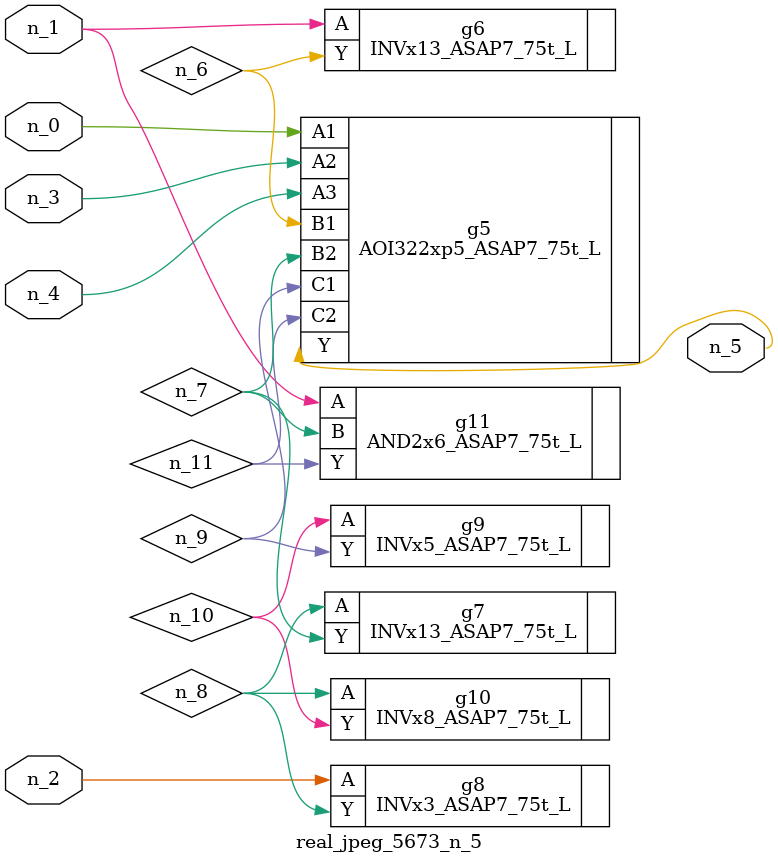
<source format=v>
module real_jpeg_5673_n_5 (n_4, n_0, n_1, n_2, n_3, n_5);

input n_4;
input n_0;
input n_1;
input n_2;
input n_3;

output n_5;

wire n_8;
wire n_11;
wire n_6;
wire n_7;
wire n_10;
wire n_9;

AOI322xp5_ASAP7_75t_L g5 ( 
.A1(n_0),
.A2(n_3),
.A3(n_4),
.B1(n_6),
.B2(n_7),
.C1(n_9),
.C2(n_11),
.Y(n_5)
);

INVx13_ASAP7_75t_L g6 ( 
.A(n_1),
.Y(n_6)
);

AND2x6_ASAP7_75t_L g11 ( 
.A(n_1),
.B(n_7),
.Y(n_11)
);

INVx3_ASAP7_75t_L g8 ( 
.A(n_2),
.Y(n_8)
);

INVx13_ASAP7_75t_L g7 ( 
.A(n_8),
.Y(n_7)
);

INVx8_ASAP7_75t_L g10 ( 
.A(n_8),
.Y(n_10)
);

INVx5_ASAP7_75t_L g9 ( 
.A(n_10),
.Y(n_9)
);


endmodule
</source>
